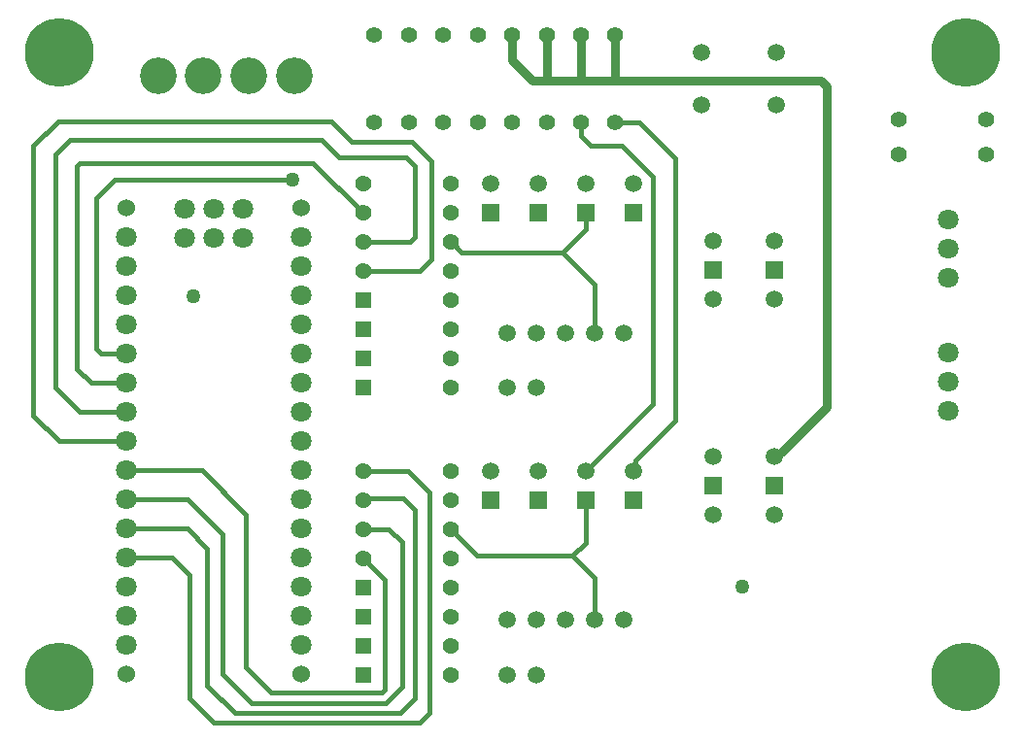
<source format=gbr>
%TF.GenerationSoftware,Altium Limited,Altium Designer,21.8.1 (53)*%
G04 Layer_Physical_Order=3*
G04 Layer_Color=16440176*
%FSLAX43Y43*%
%MOMM*%
%TF.SameCoordinates,34F7A64E-A76D-4A2E-B03E-92C6081B7B14*%
%TF.FilePolarity,Positive*%
%TF.FileFunction,Copper,L3,Inr,Signal*%
%TF.Part,Single*%
G01*
G75*
%TA.AperFunction,Conductor*%
%ADD12C,0.400*%
%ADD13C,0.800*%
%TA.AperFunction,ComponentPad*%
%ADD14C,1.400*%
%ADD15C,1.800*%
%ADD16C,1.524*%
%ADD17C,3.200*%
%ADD18C,1.500*%
%ADD19R,1.500X1.500*%
%ADD20C,1.425*%
%ADD21R,1.425X1.425*%
%TA.AperFunction,ViaPad*%
%ADD22C,6.000*%
%ADD23C,1.270*%
D12*
X50000Y52150D02*
Y53380D01*
Y52150D02*
X50842Y51308D01*
X53594D01*
X4445Y53467D02*
X28233D01*
X30011Y51689D01*
X35241D01*
X27384Y51816D02*
X28908Y50292D01*
X5461Y51816D02*
X27384D01*
X28908Y50292D02*
X34798D01*
X19850Y1900D02*
X34285D01*
X17450Y4300D02*
X19850Y1900D01*
X34285D02*
X35560Y3175D01*
X32976Y2750D02*
X34417Y4191D01*
X21300Y2750D02*
X32976D01*
X18750Y5300D02*
X21300Y2750D01*
X10380Y15430D02*
X14320D01*
X15850Y3200D02*
Y13900D01*
X14320Y15430D02*
X15850Y13900D01*
Y3200D02*
X18034Y1016D01*
X10380Y17970D02*
X15680D01*
X17450Y4300D02*
Y16200D01*
X15680Y17970D02*
X17450Y16200D01*
X18034Y1016D02*
X35941D01*
X18750Y5300D02*
Y17500D01*
X15740Y20510D02*
X18750Y17500D01*
X22967Y3683D02*
X32659D01*
X20800Y5850D02*
Y19200D01*
Y5850D02*
X22967Y3683D01*
X16950Y23050D02*
X20800Y19200D01*
X10380Y20510D02*
X15740D01*
X10380Y23050D02*
X16950D01*
X54467Y23167D02*
X54730Y23430D01*
Y23930D01*
X58186Y27386D01*
X53594Y51308D02*
X56261Y48641D01*
Y28861D02*
Y48641D01*
X50400Y23000D02*
X56261Y28861D01*
X58186Y27386D02*
Y50272D01*
X53000Y53380D02*
X55078D01*
X58186Y50272D01*
X7747Y46736D02*
X9398Y48387D01*
X24892D01*
X7747Y33655D02*
Y46736D01*
Y33655D02*
X8192Y33210D01*
X10380D01*
X6096Y49550D02*
X6330Y49784D01*
X6096Y31877D02*
Y49550D01*
X26676Y49784D02*
X31000Y45460D01*
X6330Y49784D02*
X26676D01*
X7303Y30670D02*
X10380D01*
X6096Y31877D02*
X7303Y30670D01*
X31000Y42920D02*
X35066D01*
X35560Y43414D01*
Y49530D01*
X34798Y50292D02*
X35560Y49530D01*
X4191Y30226D02*
Y50546D01*
X5461Y51816D01*
X2286Y27813D02*
Y51308D01*
X4445Y53467D01*
X35241Y51689D02*
X36957Y49973D01*
Y41402D02*
Y49973D01*
X35935Y40380D02*
X36957Y41402D01*
X31000Y40380D02*
X35935D01*
X6287Y28130D02*
X10380D01*
X4191Y30226D02*
X6287Y28130D01*
X4509Y25590D02*
X10380D01*
X2286Y27813D02*
X4509Y25590D01*
X35941Y1016D02*
X36830Y1905D01*
X32893Y3917D02*
Y13487D01*
X32659Y3683D02*
X32893Y3917D01*
X31000Y15380D02*
X32893Y13487D01*
X31000Y17920D02*
X31013Y17907D01*
X33274D01*
X34417Y4191D02*
Y16764D01*
X33274Y17907D02*
X34417Y16764D01*
X36830Y1905D02*
Y21082D01*
X35560Y3175D02*
Y19558D01*
X34912Y23000D02*
X36830Y21082D01*
X34544Y20574D02*
X35560Y19558D01*
X31114Y20574D02*
X34544D01*
X31000Y20460D02*
X31114Y20574D01*
X31000Y23000D02*
X34912D01*
X49276Y15621D02*
X50400Y16745D01*
Y20460D01*
X51220Y10030D02*
Y13677D01*
X49276Y15621D02*
X51220Y13677D01*
X40919Y15621D02*
X49276D01*
X38620Y17920D02*
X40919Y15621D01*
X51220Y35030D02*
Y39204D01*
X48387Y42037D02*
X51220Y39204D01*
X50400Y44050D02*
Y45460D01*
X48387Y42037D02*
X50400Y44050D01*
X39593Y42037D02*
X48387D01*
X38620Y42920D02*
X38710D01*
X39593Y42037D01*
D13*
X70927Y57023D02*
X71450Y56500D01*
X67460Y24560D02*
X71450Y28550D01*
Y56500D01*
X52850Y57023D02*
X70927D01*
X44000Y58800D02*
Y61000D01*
Y58800D02*
X45777Y57023D01*
X49950D02*
X52850D01*
X53000Y57173D02*
Y61000D01*
X52850Y57023D02*
X53000Y57173D01*
X47050Y57023D02*
X49950D01*
X50000Y57073D02*
Y61000D01*
X49950Y57023D02*
X50000Y57073D01*
X45777Y57023D02*
X47050D01*
X47000Y57073D02*
Y61000D01*
Y57073D02*
X47050Y57023D01*
X67019Y24210D02*
X67369Y24560D01*
X67460D01*
X66830Y24210D02*
X67019D01*
D14*
X77690Y53600D02*
D03*
X85310D02*
D03*
X77690Y50600D02*
D03*
X85310D02*
D03*
X32000Y61000D02*
D03*
Y53380D02*
D03*
X35000D02*
D03*
Y61000D02*
D03*
X38000Y53380D02*
D03*
Y61000D02*
D03*
X41000Y53380D02*
D03*
Y61000D02*
D03*
X44000Y53380D02*
D03*
Y61000D02*
D03*
X47000Y53380D02*
D03*
Y61000D02*
D03*
X50000Y53380D02*
D03*
Y61000D02*
D03*
X53000Y53380D02*
D03*
Y61000D02*
D03*
D15*
X20550Y43270D02*
D03*
X18010D02*
D03*
X15470D02*
D03*
X20550Y45810D02*
D03*
X18010D02*
D03*
X15470D02*
D03*
X25620Y43370D02*
D03*
Y40830D02*
D03*
Y38290D02*
D03*
Y35750D02*
D03*
Y33210D02*
D03*
Y30670D02*
D03*
Y28130D02*
D03*
Y25590D02*
D03*
Y23050D02*
D03*
Y20510D02*
D03*
Y17970D02*
D03*
Y15430D02*
D03*
Y12890D02*
D03*
Y10350D02*
D03*
Y7810D02*
D03*
X10380D02*
D03*
Y10350D02*
D03*
Y12890D02*
D03*
Y15430D02*
D03*
Y17970D02*
D03*
Y20510D02*
D03*
Y23050D02*
D03*
Y25590D02*
D03*
Y28130D02*
D03*
Y30670D02*
D03*
Y33210D02*
D03*
Y35750D02*
D03*
Y38290D02*
D03*
Y40830D02*
D03*
Y43370D02*
D03*
X82000Y39850D02*
D03*
Y42390D02*
D03*
Y44930D02*
D03*
Y28210D02*
D03*
Y30750D02*
D03*
Y33290D02*
D03*
D16*
X25620Y45910D02*
D03*
X10380D02*
D03*
X25620Y5270D02*
D03*
X10380D02*
D03*
D17*
X13144Y57474D02*
D03*
X17104D02*
D03*
X21064D02*
D03*
X25024D02*
D03*
D18*
X53760Y10030D02*
D03*
X51220D02*
D03*
X48680D02*
D03*
X46140D02*
D03*
X43600D02*
D03*
X53760Y35030D02*
D03*
X51220D02*
D03*
X48680D02*
D03*
X46140D02*
D03*
X43600D02*
D03*
X66830Y24210D02*
D03*
Y19130D02*
D03*
X61530Y24210D02*
D03*
Y19130D02*
D03*
X66830Y43070D02*
D03*
Y37990D02*
D03*
X61530Y43070D02*
D03*
Y37990D02*
D03*
X46250Y23000D02*
D03*
X54550D02*
D03*
Y48000D02*
D03*
X50400Y23000D02*
D03*
Y48000D02*
D03*
X46250D02*
D03*
X42100Y23000D02*
D03*
Y48000D02*
D03*
X43600Y30220D02*
D03*
X46140D02*
D03*
X43600Y5220D02*
D03*
X46140D02*
D03*
X60507Y59440D02*
D03*
X67007D02*
D03*
X60507Y54940D02*
D03*
X67007D02*
D03*
D19*
X66830Y21670D02*
D03*
X61530D02*
D03*
X66830Y40530D02*
D03*
X61530D02*
D03*
X46250Y20460D02*
D03*
X54550D02*
D03*
Y45460D02*
D03*
X50400Y20460D02*
D03*
Y45460D02*
D03*
X46250D02*
D03*
X42100Y20460D02*
D03*
Y45460D02*
D03*
D20*
X31000Y48000D02*
D03*
Y45460D02*
D03*
Y42920D02*
D03*
Y40380D02*
D03*
X38620Y30220D02*
D03*
Y32760D02*
D03*
Y35300D02*
D03*
Y37840D02*
D03*
Y40380D02*
D03*
Y42920D02*
D03*
Y45460D02*
D03*
Y48000D02*
D03*
X31000Y23000D02*
D03*
Y20460D02*
D03*
Y17920D02*
D03*
Y15380D02*
D03*
X38620Y5220D02*
D03*
Y7760D02*
D03*
Y10300D02*
D03*
Y12840D02*
D03*
Y15380D02*
D03*
Y17920D02*
D03*
Y20460D02*
D03*
Y23000D02*
D03*
D21*
X31000Y37840D02*
D03*
Y35300D02*
D03*
Y32760D02*
D03*
Y30220D02*
D03*
Y12840D02*
D03*
Y10300D02*
D03*
Y7760D02*
D03*
Y5220D02*
D03*
D22*
X83500Y5000D02*
D03*
Y59500D02*
D03*
X4500D02*
D03*
Y5000D02*
D03*
D23*
X64100Y12900D02*
D03*
X16256Y38227D02*
D03*
X24892Y48387D02*
D03*
%TF.MD5,3c308280b4c553f0eefcc87c8edcf2a1*%
M02*

</source>
